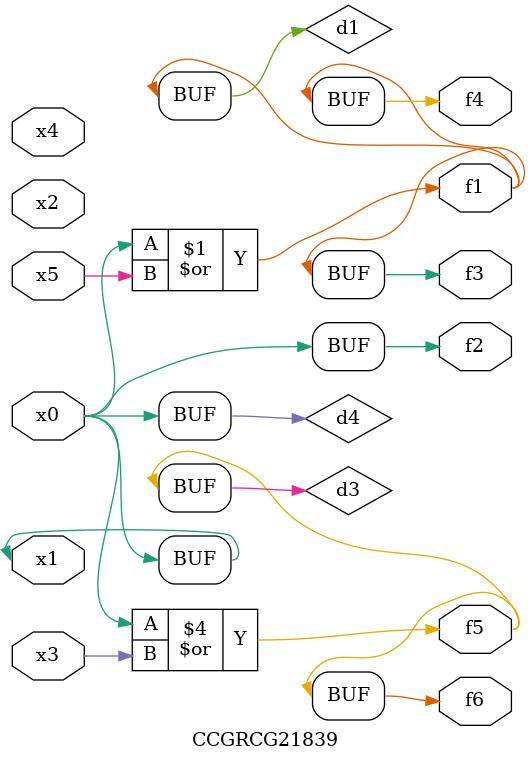
<source format=v>
module CCGRCG21839(
	input x0, x1, x2, x3, x4, x5,
	output f1, f2, f3, f4, f5, f6
);

	wire d1, d2, d3, d4;

	or (d1, x0, x5);
	xnor (d2, x1, x4);
	or (d3, x0, x3);
	buf (d4, x0, x1);
	assign f1 = d1;
	assign f2 = d4;
	assign f3 = d1;
	assign f4 = d1;
	assign f5 = d3;
	assign f6 = d3;
endmodule

</source>
